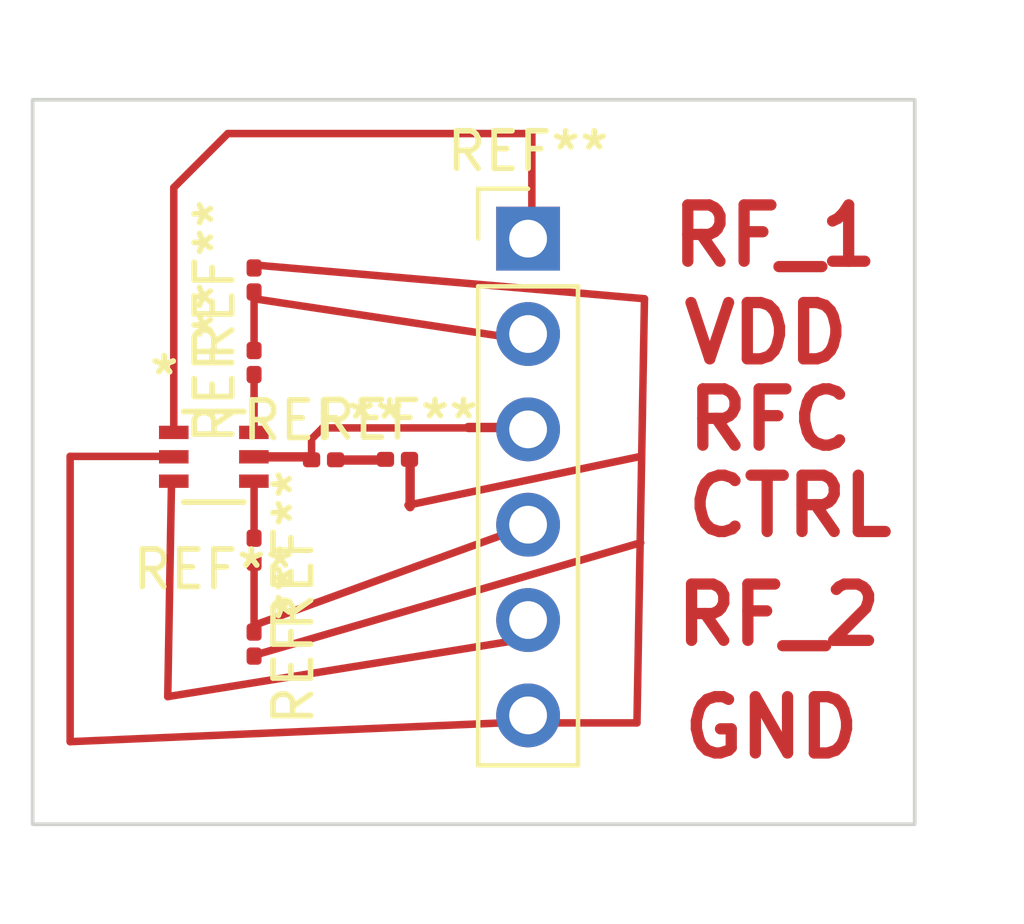
<source format=kicad_pcb>
(kicad_pcb (version 20221018) (generator pcbnew)
  (layers (0 "F.Cu" signal) (31 "B.Cu" signal) (34 "B.Paste" user) (35 "F.Paste" user) (36 "B.SilkS" user "B.Silkscreen") (37 "F.SilkS" user "F.Silkscreen") (38 "B.Mask" user) (39 "F.Mask" user) (44 "Edge.Cuts" user))
  (net 0 "")
  (footprint "Resistor_SMD:R_0201_0603Metric" (layer "F.Cu") (at 130.3 71.3 90)
    (fp_text reference "REF**" (at 0 -1.05 90) (layer "F.SilkS"))
    (fp_text value "R_0201_0603Metric")
    (pad "1" smd roundrect (at -0.32 0 90) (size 0.46 0.4) (layers "F.Cu" "F.Mask"))
    (pad "2" smd roundrect (at 0.32 0 90) (size 0.46 0.4) (layers "F.Cu" "F.Mask"))
  )
  (footprint "Resistor_SMD:R_0201_0603Metric" (layer "F.Cu") (at 130.3 78.5 -90)
    (fp_text reference "REF**" (at 0 -1.05 90) (layer "F.SilkS"))
    (fp_text value "R_0201_0603Metric")
    (pad "1" smd roundrect (at -0.32 0 270) (size 0.46 0.4) (layers "F.Cu" "F.Mask"))
    (pad "2" smd roundrect (at 0.32 0 270) (size 0.46 0.4) (layers "F.Cu" "F.Mask"))
  )
  (footprint "Resistor_SMD:R_0201_0603Metric" (layer "F.Cu") (at 130.3 73.5 90)
    (fp_text reference "REF**" (at 0 -1.05 90) (layer "F.SilkS"))
    (fp_text value "R_0201_0603Metric")
    (pad "1" smd roundrect (at -0.32 0 90) (size 0.46 0.4) (layers "F.Cu" "F.Mask"))
    (pad "2" smd roundrect (at 0.32 0 90) (size 0.46 0.4) (layers "F.Cu" "F.Mask"))
  )
  (footprint "Resistor_SMD:R_0201_0603Metric" (layer "F.Cu") (at 134.120215 76.079182)
    (fp_text reference "REF**" (at 0 -1.05) (layer "F.SilkS"))
    (fp_text value "R_0201_0603Metric")
    (pad "1" smd roundrect (at -0.32 0) (size 0.46 0.4) (layers "F.Cu" "F.Mask"))
    (pad "2" smd roundrect (at 0.32 0) (size 0.46 0.4) (layers "F.Cu" "F.Mask"))
  )
  (footprint "Resistor_SMD:R_0201_0603Metric" (layer "F.Cu") (at 132.151837 76.09056)
    (fp_text reference "REF**" (at 0 -1.05) (layer "F.SilkS"))
    (fp_text value "R_0201_0603Metric")
    (pad "1" smd roundrect (at -0.32 0) (size 0.46 0.4) (layers "F.Cu" "F.Mask"))
    (pad "2" smd roundrect (at 0.32 0) (size 0.46 0.4) (layers "F.Cu" "F.Mask"))
  )
  (footprint "4259-63:SC-70-6_PSM" (layer "F.Cu") (at 129.227715 76.010915)
    (fp_text reference "REF**" (at 0 3 unlocked) (layer "F.SilkS"))
    (fp_text value "SC-70-6_PSM")
    (fp_text user "*" (at -1.3208 -2.1486 unlocked) (layer "F.SilkS"))
    (fp_text user "*" (at -1.3208 -2.1486) (layer "F.SilkS"))
    (fp_line (start -0.8001 1.2065) (end 0.8001 1.2065) (stroke (width 0.1524)) (layer "F.SilkS"))
    (fp_line (start 0.8001 -1.2065) (end -0.8001 -1.2065) (stroke (width 0.1524)) (layer "F.SilkS"))
    (pad "1" smd rect (at -1.0668 -0.649999) (size 0.7874 0.3556) (layers "F.Cu" "F.Paste" "F.Mask"))
    (pad "2" smd rect (at -1.0668 0) (size 0.7874 0.3556) (layers "F.Cu" "F.Paste" "F.Mask"))
    (pad "3" smd rect (at -1.0668 0.649999) (size 0.7874 0.3556) (layers "F.Cu" "F.Paste" "F.Mask"))
    (pad "4" smd rect (at 1.0668 0.649999) (size 0.7874 0.3556) (layers "F.Cu" "F.Paste" "F.Mask"))
    (pad "5" smd rect (at 1.0668 0) (size 0.7874 0.3556) (layers "F.Cu" "F.Paste" "F.Mask"))
    (pad "6" smd rect (at 1.0668 -0.649999) (size 0.7874 0.3556) (layers "F.Cu" "F.Paste" "F.Mask"))
  )
  (footprint "Resistor_SMD:R_0201_0603Metric" (layer "F.Cu") (at 130.3 81 -90)
    (fp_text reference "REF**" (at 0 -1.05 90) (layer "F.SilkS"))
    (fp_text value "R_0201_0603Metric")
    (pad "1" smd roundrect (at -0.32 0 270) (size 0.46 0.4) (layers "F.Cu" "F.Mask"))
    (pad "2" smd roundrect (at 0.32 0 270) (size 0.46 0.4) (layers "F.Cu" "F.Mask"))
  )
  (footprint "Connector_PinHeader_2.54mm:PinHeader_1x06_P2.54mm_Vertical" (layer "F.Cu") (at 137.6 70.2)
    (fp_text reference "REF**" (at 0 -2.33) (layer "F.SilkS"))
    (fp_text value "PinHeader_1x06_P2.54mm_Vertical")
    (fp_line (start -1.33 -1.33) (end 0 -1.33) (stroke (width 0.12)) (layer "F.SilkS"))
    (fp_line (start -1.33 0) (end -1.33 -1.33) (stroke (width 0.12)) (layer "F.SilkS"))
    (fp_line (start -1.33 1.27) (end -1.33 14.03) (stroke (width 0.12)) (layer "F.SilkS"))
    (fp_line (start -1.33 1.27) (end 1.33 1.27) (stroke (width 0.12)) (layer "F.SilkS"))
    (fp_line (start -1.33 14.03) (end 1.33 14.03) (stroke (width 0.12)) (layer "F.SilkS"))
    (fp_line (start 1.33 1.27) (end 1.33 14.03) (stroke (width 0.12)) (layer "F.SilkS"))
    (pad "1" thru_hole rect (at 0 0) (size 1.7 1.7) (drill 1) (layers "*.Cu" "*.Mask"))
    (pad "2" thru_hole oval (at 0 2.54) (size 1.7 1.7) (drill 1) (layers "*.Cu" "*.Mask"))
    (pad "3" thru_hole oval (at 0 5.08) (size 1.7 1.7) (drill 1) (layers "*.Cu" "*.Mask"))
    (pad "4" thru_hole oval (at 0 7.62) (size 1.7 1.7) (drill 1) (layers "*.Cu" "*.Mask"))
    (pad "5" thru_hole oval (at 0 10.16) (size 1.7 1.7) (drill 1) (layers "*.Cu" "*.Mask"))
    (pad "6" thru_hole oval (at 0 12.7) (size 1.7 1.7) (drill 1) (layers "*.Cu" "*.Mask"))
  )
  (gr_line (start 125.4 83.6) (end 136.9 83.1) (stroke (width 0.2)) (layer "F.Cu"))
  (gr_line (start 130.3 81.3) (end 140.6 78.3) (stroke (width 0.2)) (layer "F.Cu"))
  (gr_line (start 130.3 75.3) (end 130.3 74) (stroke (width 0.2)) (layer "F.Cu"))
  (gr_line (start 130.3 70.9) (end 140.7 71.8) (stroke (width 0.2)) (layer "F.Cu"))
  (gr_line (start 130.3 80.5) (end 136.9 78.1) (stroke (width 0.2)) (layer "F.Cu"))
  (gr_line (start 137.7 67.4) (end 137.7 69.7) (stroke (width 0.2)) (layer "F.Cu"))
  (gr_line (start 134.4 77.3) (end 140.6 76) (stroke (width 0.2)) (layer "F.Cu"))
  (gr_line (start 140.7 71.8) (end 140.5 83.1) (stroke (width 0.2)) (layer "F.Cu"))
  (gr_line (start 130.3 73.1) (end 130.3 71.8) (stroke (width 0.2)) (layer "F.Cu"))
  (gr_line (start 125.4 76) (end 125.4 83.6) (stroke (width 0.2)) (layer "F.Cu"))
  (gr_line (start 140.5 83.1) (end 138.3 83.1) (stroke (width 0.2)) (layer "F.Cu"))
  (gr_line (start 130.3 76.7) (end 130.3 78) (stroke (width 0.2)) (layer "F.Cu"))
  (gr_line (start 128.1 76.7) (end 128 82.4) (stroke (width 0.2)) (layer "F.Cu"))
  (gr_line (start 130.3 79) (end 130.3 80.5) (stroke (width 0.2)) (layer "F.Cu"))
  (gr_line (start 128 76) (end 125.4 76) (stroke (width 0.2)) (layer "F.Cu"))
  (gr_line (start 130.3 71.8) (end 136.9 72.8) (stroke (width 0.2)) (layer "F.Cu"))
  (gr_line (start 128 82.4) (end 137.3 80.9) (stroke (width 0.2)) (layer "F.Cu"))
  (gr_circle (center 137.6 72.74) (end 138.1 72.74) (stroke (width 0.01)) (fill none) (layer "Edge.Cuts"))
  (gr_circle (center 137.6 75.28) (end 138.1 75.28) (stroke (width 0.01)) (fill none) (layer "Edge.Cuts"))
  (gr_circle (center 137.6 77.82) (end 138.1 77.82) (stroke (width 0.01)) (fill none) (layer "Edge.Cuts"))
  (gr_circle (center 137.6 80.36) (end 138.1 80.36) (stroke (width 0.01)) (fill none) (layer "Edge.Cuts"))
  (gr_circle (center 137.6 70.2) (end 138.1 70.2) (stroke (width 0.01)) (fill none) (layer "Edge.Cuts"))
  (gr_circle (center 137.6 82.9) (end 138.1 82.9) (stroke (width 0.01)) (fill none) (layer "Edge.Cuts"))
  (gr_rect (start 124.4 66.5) (end 147.9 85.8) (stroke (width 0.1)) (fill none) (layer "Edge.Cuts"))
  (gr_text "CTRL" (at 141.7 78.2) (layer "F.Cu") (effects (font (size 1.5 1.5) (thickness 0.3) bold) (justify left bottom)))
  (gr_text "RF_2" (at 141.4 81.1) (layer "F.Cu") (effects (font (size 1.5 1.5) (thickness 0.3) bold) (justify left bottom)))
  (gr_text "VDD" (at 141.6 73.6) (layer "F.Cu") (effects (font (size 1.5 1.5) (thickness 0.3) bold) (justify left bottom)))
  (gr_text "GND" (at 141.6 84.1) (layer "F.Cu") (effects (font (size 1.5 1.5) (thickness 0.3) bold) (justify left bottom)))
  (gr_text "RF_1" (at 141.3 71) (layer "F.Cu") (effects (font (size 1.5 1.5) (thickness 0.3) bold) (justify left bottom)))
  (gr_text "RFC" (at 141.7 75.9) (layer "F.Cu") (effects (font (size 1.5 1.5) (thickness 0.3) bold) (justify left bottom)))
  (segment (start 131.831837 75.536045) (end 132.126132 75.24175) (width 0.2) (layer "F.Cu") (net 0))
  (segment (start 129.6 67.4) (end 137.7 67.4) (width 0.2) (layer "F.Cu") (net 0))
  (segment (start 128.160915 68.839085) (end 129.6 67.4) (width 0.2) (layer "F.Cu") (net 0))
  (segment (start 132.550335 76.096931) (end 133.782294 76.096931) (width 0.25) (layer "F.Cu") (net 0))
  (segment (start 132.126132 75.24175) (end 136.42613 75.24175) (width 0.2) (layer "F.Cu") (net 0))
  (segment (start 130.46056 76.012617) (end 131.692519 76.012617) (width 0.25) (layer "F.Cu") (net 0))
  (segment (start 134.456803 77.339241) (end 134.456803 76.107282) (width 0.25) (layer "F.Cu") (net 0))
  (segment (start 136.008139 75.230342) (end 137.240098 75.230342) (width 0.25) (layer "F.Cu") (net 0))
  (segment (start 128.160915 75.360916) (end 128.160915 68.839085) (width 0.2) (layer "F.Cu") (net 0))
  (segment (start 131.831837 76.09056) (end 131.831837 75.536045) (width 0.2) (layer "F.Cu") (net 0))
)
</source>
